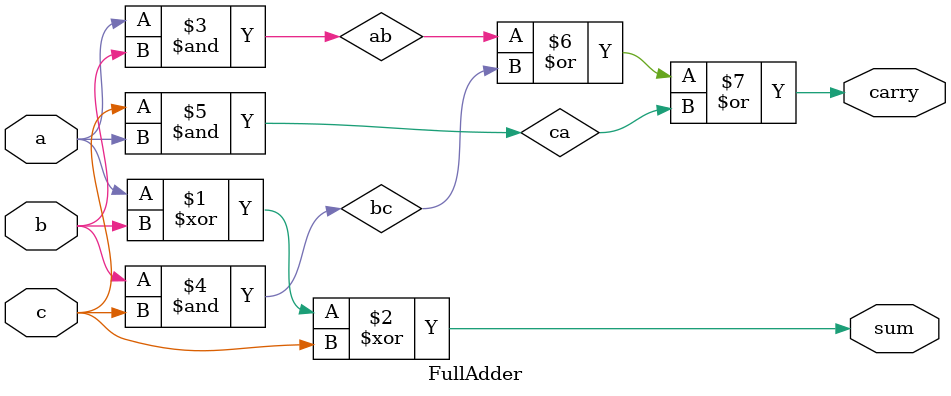
<source format=v>
`timescale 1ns/100ps

module HalfAdder(
	output wire carry, sum,
	input wire a, b
);
	xor (sum, a, b);
	and (carry, a, b);
endmodule

module FullAdder(
	output carry, sum,
	input a, b, c
);
	xor (sum, a, b, c);
	and (ab, a, b);
	and (bc, b, c);
	and (ca, c, a);
	or (carry, ab, bc, ca);
endmodule
</source>
